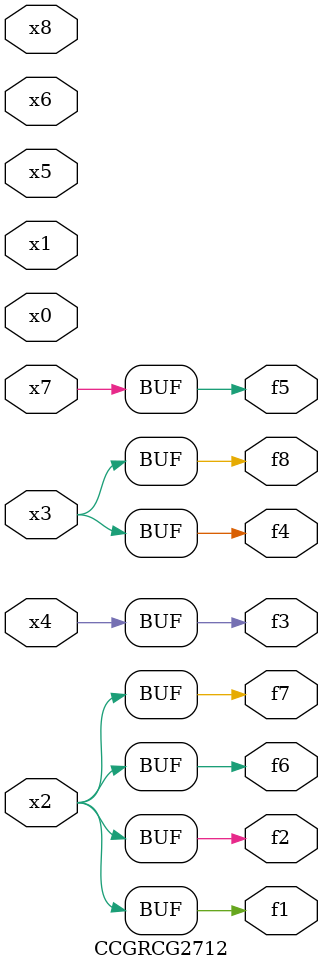
<source format=v>
module CCGRCG2712(
	input x0, x1, x2, x3, x4, x5, x6, x7, x8,
	output f1, f2, f3, f4, f5, f6, f7, f8
);
	assign f1 = x2;
	assign f2 = x2;
	assign f3 = x4;
	assign f4 = x3;
	assign f5 = x7;
	assign f6 = x2;
	assign f7 = x2;
	assign f8 = x3;
endmodule

</source>
